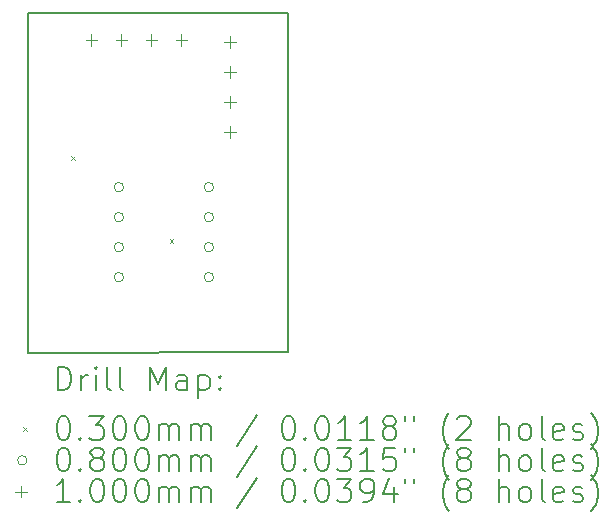
<source format=gbr>
%TF.GenerationSoftware,KiCad,Pcbnew,8.0.4*%
%TF.CreationDate,2024-07-24T14:51:08+09:00*%
%TF.ProjectId,VR-Conditioner-MAX9926+reg,56522d43-6f6e-4646-9974-696f6e65722d,3.7*%
%TF.SameCoordinates,PX68c4118PY713e7a8*%
%TF.FileFunction,Drillmap*%
%TF.FilePolarity,Positive*%
%FSLAX45Y45*%
G04 Gerber Fmt 4.5, Leading zero omitted, Abs format (unit mm)*
G04 Created by KiCad (PCBNEW 8.0.4) date 2024-07-24 14:51:08*
%MOMM*%
%LPD*%
G01*
G04 APERTURE LIST*
%ADD10C,0.150000*%
%ADD11C,0.200000*%
%ADD12C,0.100000*%
G04 APERTURE END LIST*
D10*
X2350000Y3125000D02*
X2350000Y254000D01*
X2350000Y254000D02*
X150000Y250000D01*
X150000Y250000D02*
X150000Y3125000D01*
X2350000Y3125000D02*
X150000Y3125000D01*
D11*
D12*
X517500Y1915000D02*
X547500Y1885000D01*
X547500Y1915000D02*
X517500Y1885000D01*
X1350250Y1212299D02*
X1380250Y1182299D01*
X1380250Y1212299D02*
X1350250Y1182299D01*
X960750Y1651000D02*
G75*
G02*
X880750Y1651000I-40000J0D01*
G01*
X880750Y1651000D02*
G75*
G02*
X960750Y1651000I40000J0D01*
G01*
X960750Y1397000D02*
G75*
G02*
X880750Y1397000I-40000J0D01*
G01*
X880750Y1397000D02*
G75*
G02*
X960750Y1397000I40000J0D01*
G01*
X960750Y1143000D02*
G75*
G02*
X880750Y1143000I-40000J0D01*
G01*
X880750Y1143000D02*
G75*
G02*
X960750Y1143000I40000J0D01*
G01*
X960750Y889000D02*
G75*
G02*
X880750Y889000I-40000J0D01*
G01*
X880750Y889000D02*
G75*
G02*
X960750Y889000I40000J0D01*
G01*
X1722750Y1651000D02*
G75*
G02*
X1642750Y1651000I-40000J0D01*
G01*
X1642750Y1651000D02*
G75*
G02*
X1722750Y1651000I40000J0D01*
G01*
X1722750Y1397000D02*
G75*
G02*
X1642750Y1397000I-40000J0D01*
G01*
X1642750Y1397000D02*
G75*
G02*
X1722750Y1397000I40000J0D01*
G01*
X1722750Y1143000D02*
G75*
G02*
X1642750Y1143000I-40000J0D01*
G01*
X1642750Y1143000D02*
G75*
G02*
X1722750Y1143000I40000J0D01*
G01*
X1722750Y889000D02*
G75*
G02*
X1642750Y889000I-40000J0D01*
G01*
X1642750Y889000D02*
G75*
G02*
X1722750Y889000I40000J0D01*
G01*
X688000Y2950000D02*
X688000Y2850000D01*
X638000Y2900000D02*
X738000Y2900000D01*
X942000Y2950000D02*
X942000Y2850000D01*
X892000Y2900000D02*
X992000Y2900000D01*
X1196000Y2950000D02*
X1196000Y2850000D01*
X1146000Y2900000D02*
X1246000Y2900000D01*
X1450000Y2950000D02*
X1450000Y2850000D01*
X1400000Y2900000D02*
X1500000Y2900000D01*
X1862500Y2930000D02*
X1862500Y2830000D01*
X1812500Y2880000D02*
X1912500Y2880000D01*
X1862500Y2676000D02*
X1862500Y2576000D01*
X1812500Y2626000D02*
X1912500Y2626000D01*
X1862500Y2422000D02*
X1862500Y2322000D01*
X1812500Y2372000D02*
X1912500Y2372000D01*
X1862500Y2168000D02*
X1862500Y2068000D01*
X1812500Y2118000D02*
X1912500Y2118000D01*
D11*
X403277Y-68984D02*
X403277Y131016D01*
X403277Y131016D02*
X450896Y131016D01*
X450896Y131016D02*
X479467Y121492D01*
X479467Y121492D02*
X498515Y102445D01*
X498515Y102445D02*
X508039Y83397D01*
X508039Y83397D02*
X517562Y45302D01*
X517562Y45302D02*
X517562Y16731D01*
X517562Y16731D02*
X508039Y-21365D01*
X508039Y-21365D02*
X498515Y-40412D01*
X498515Y-40412D02*
X479467Y-59460D01*
X479467Y-59460D02*
X450896Y-68984D01*
X450896Y-68984D02*
X403277Y-68984D01*
X603277Y-68984D02*
X603277Y64350D01*
X603277Y26254D02*
X612801Y45302D01*
X612801Y45302D02*
X622324Y54826D01*
X622324Y54826D02*
X641372Y64350D01*
X641372Y64350D02*
X660420Y64350D01*
X727086Y-68984D02*
X727086Y64350D01*
X727086Y131016D02*
X717562Y121492D01*
X717562Y121492D02*
X727086Y111969D01*
X727086Y111969D02*
X736610Y121492D01*
X736610Y121492D02*
X727086Y131016D01*
X727086Y131016D02*
X727086Y111969D01*
X850896Y-68984D02*
X831848Y-59460D01*
X831848Y-59460D02*
X822324Y-40412D01*
X822324Y-40412D02*
X822324Y131016D01*
X955658Y-68984D02*
X936610Y-59460D01*
X936610Y-59460D02*
X927086Y-40412D01*
X927086Y-40412D02*
X927086Y131016D01*
X1184229Y-68984D02*
X1184229Y131016D01*
X1184229Y131016D02*
X1250896Y-11841D01*
X1250896Y-11841D02*
X1317563Y131016D01*
X1317563Y131016D02*
X1317563Y-68984D01*
X1498515Y-68984D02*
X1498515Y35778D01*
X1498515Y35778D02*
X1488991Y54826D01*
X1488991Y54826D02*
X1469943Y64350D01*
X1469943Y64350D02*
X1431848Y64350D01*
X1431848Y64350D02*
X1412801Y54826D01*
X1498515Y-59460D02*
X1479467Y-68984D01*
X1479467Y-68984D02*
X1431848Y-68984D01*
X1431848Y-68984D02*
X1412801Y-59460D01*
X1412801Y-59460D02*
X1403277Y-40412D01*
X1403277Y-40412D02*
X1403277Y-21365D01*
X1403277Y-21365D02*
X1412801Y-2317D01*
X1412801Y-2317D02*
X1431848Y7207D01*
X1431848Y7207D02*
X1479467Y7207D01*
X1479467Y7207D02*
X1498515Y16731D01*
X1593753Y64350D02*
X1593753Y-135650D01*
X1593753Y54826D02*
X1612801Y64350D01*
X1612801Y64350D02*
X1650896Y64350D01*
X1650896Y64350D02*
X1669943Y54826D01*
X1669943Y54826D02*
X1679467Y45302D01*
X1679467Y45302D02*
X1688991Y26254D01*
X1688991Y26254D02*
X1688991Y-30888D01*
X1688991Y-30888D02*
X1679467Y-49936D01*
X1679467Y-49936D02*
X1669943Y-59460D01*
X1669943Y-59460D02*
X1650896Y-68984D01*
X1650896Y-68984D02*
X1612801Y-68984D01*
X1612801Y-68984D02*
X1593753Y-59460D01*
X1774705Y-49936D02*
X1784229Y-59460D01*
X1784229Y-59460D02*
X1774705Y-68984D01*
X1774705Y-68984D02*
X1765182Y-59460D01*
X1765182Y-59460D02*
X1774705Y-49936D01*
X1774705Y-49936D02*
X1774705Y-68984D01*
X1774705Y54826D02*
X1784229Y45302D01*
X1784229Y45302D02*
X1774705Y35778D01*
X1774705Y35778D02*
X1765182Y45302D01*
X1765182Y45302D02*
X1774705Y54826D01*
X1774705Y54826D02*
X1774705Y35778D01*
D12*
X112500Y-382500D02*
X142500Y-412500D01*
X142500Y-382500D02*
X112500Y-412500D01*
D11*
X441372Y-288984D02*
X460420Y-288984D01*
X460420Y-288984D02*
X479467Y-298508D01*
X479467Y-298508D02*
X488991Y-308031D01*
X488991Y-308031D02*
X498515Y-327079D01*
X498515Y-327079D02*
X508039Y-365174D01*
X508039Y-365174D02*
X508039Y-412793D01*
X508039Y-412793D02*
X498515Y-450888D01*
X498515Y-450888D02*
X488991Y-469936D01*
X488991Y-469936D02*
X479467Y-479460D01*
X479467Y-479460D02*
X460420Y-488984D01*
X460420Y-488984D02*
X441372Y-488984D01*
X441372Y-488984D02*
X422324Y-479460D01*
X422324Y-479460D02*
X412801Y-469936D01*
X412801Y-469936D02*
X403277Y-450888D01*
X403277Y-450888D02*
X393753Y-412793D01*
X393753Y-412793D02*
X393753Y-365174D01*
X393753Y-365174D02*
X403277Y-327079D01*
X403277Y-327079D02*
X412801Y-308031D01*
X412801Y-308031D02*
X422324Y-298508D01*
X422324Y-298508D02*
X441372Y-288984D01*
X593753Y-469936D02*
X603277Y-479460D01*
X603277Y-479460D02*
X593753Y-488984D01*
X593753Y-488984D02*
X584229Y-479460D01*
X584229Y-479460D02*
X593753Y-469936D01*
X593753Y-469936D02*
X593753Y-488984D01*
X669944Y-288984D02*
X793753Y-288984D01*
X793753Y-288984D02*
X727086Y-365174D01*
X727086Y-365174D02*
X755658Y-365174D01*
X755658Y-365174D02*
X774705Y-374698D01*
X774705Y-374698D02*
X784229Y-384222D01*
X784229Y-384222D02*
X793753Y-403269D01*
X793753Y-403269D02*
X793753Y-450888D01*
X793753Y-450888D02*
X784229Y-469936D01*
X784229Y-469936D02*
X774705Y-479460D01*
X774705Y-479460D02*
X755658Y-488984D01*
X755658Y-488984D02*
X698515Y-488984D01*
X698515Y-488984D02*
X679467Y-479460D01*
X679467Y-479460D02*
X669944Y-469936D01*
X917562Y-288984D02*
X936610Y-288984D01*
X936610Y-288984D02*
X955658Y-298508D01*
X955658Y-298508D02*
X965182Y-308031D01*
X965182Y-308031D02*
X974705Y-327079D01*
X974705Y-327079D02*
X984229Y-365174D01*
X984229Y-365174D02*
X984229Y-412793D01*
X984229Y-412793D02*
X974705Y-450888D01*
X974705Y-450888D02*
X965182Y-469936D01*
X965182Y-469936D02*
X955658Y-479460D01*
X955658Y-479460D02*
X936610Y-488984D01*
X936610Y-488984D02*
X917562Y-488984D01*
X917562Y-488984D02*
X898515Y-479460D01*
X898515Y-479460D02*
X888991Y-469936D01*
X888991Y-469936D02*
X879467Y-450888D01*
X879467Y-450888D02*
X869943Y-412793D01*
X869943Y-412793D02*
X869943Y-365174D01*
X869943Y-365174D02*
X879467Y-327079D01*
X879467Y-327079D02*
X888991Y-308031D01*
X888991Y-308031D02*
X898515Y-298508D01*
X898515Y-298508D02*
X917562Y-288984D01*
X1108039Y-288984D02*
X1127086Y-288984D01*
X1127086Y-288984D02*
X1146134Y-298508D01*
X1146134Y-298508D02*
X1155658Y-308031D01*
X1155658Y-308031D02*
X1165182Y-327079D01*
X1165182Y-327079D02*
X1174705Y-365174D01*
X1174705Y-365174D02*
X1174705Y-412793D01*
X1174705Y-412793D02*
X1165182Y-450888D01*
X1165182Y-450888D02*
X1155658Y-469936D01*
X1155658Y-469936D02*
X1146134Y-479460D01*
X1146134Y-479460D02*
X1127086Y-488984D01*
X1127086Y-488984D02*
X1108039Y-488984D01*
X1108039Y-488984D02*
X1088991Y-479460D01*
X1088991Y-479460D02*
X1079467Y-469936D01*
X1079467Y-469936D02*
X1069944Y-450888D01*
X1069944Y-450888D02*
X1060420Y-412793D01*
X1060420Y-412793D02*
X1060420Y-365174D01*
X1060420Y-365174D02*
X1069944Y-327079D01*
X1069944Y-327079D02*
X1079467Y-308031D01*
X1079467Y-308031D02*
X1088991Y-298508D01*
X1088991Y-298508D02*
X1108039Y-288984D01*
X1260420Y-488984D02*
X1260420Y-355650D01*
X1260420Y-374698D02*
X1269944Y-365174D01*
X1269944Y-365174D02*
X1288991Y-355650D01*
X1288991Y-355650D02*
X1317563Y-355650D01*
X1317563Y-355650D02*
X1336610Y-365174D01*
X1336610Y-365174D02*
X1346134Y-384222D01*
X1346134Y-384222D02*
X1346134Y-488984D01*
X1346134Y-384222D02*
X1355658Y-365174D01*
X1355658Y-365174D02*
X1374705Y-355650D01*
X1374705Y-355650D02*
X1403277Y-355650D01*
X1403277Y-355650D02*
X1422324Y-365174D01*
X1422324Y-365174D02*
X1431848Y-384222D01*
X1431848Y-384222D02*
X1431848Y-488984D01*
X1527086Y-488984D02*
X1527086Y-355650D01*
X1527086Y-374698D02*
X1536610Y-365174D01*
X1536610Y-365174D02*
X1555658Y-355650D01*
X1555658Y-355650D02*
X1584229Y-355650D01*
X1584229Y-355650D02*
X1603277Y-365174D01*
X1603277Y-365174D02*
X1612801Y-384222D01*
X1612801Y-384222D02*
X1612801Y-488984D01*
X1612801Y-384222D02*
X1622324Y-365174D01*
X1622324Y-365174D02*
X1641372Y-355650D01*
X1641372Y-355650D02*
X1669943Y-355650D01*
X1669943Y-355650D02*
X1688991Y-365174D01*
X1688991Y-365174D02*
X1698515Y-384222D01*
X1698515Y-384222D02*
X1698515Y-488984D01*
X2088991Y-279460D02*
X1917563Y-536603D01*
X2346134Y-288984D02*
X2365182Y-288984D01*
X2365182Y-288984D02*
X2384229Y-298508D01*
X2384229Y-298508D02*
X2393753Y-308031D01*
X2393753Y-308031D02*
X2403277Y-327079D01*
X2403277Y-327079D02*
X2412801Y-365174D01*
X2412801Y-365174D02*
X2412801Y-412793D01*
X2412801Y-412793D02*
X2403277Y-450888D01*
X2403277Y-450888D02*
X2393753Y-469936D01*
X2393753Y-469936D02*
X2384229Y-479460D01*
X2384229Y-479460D02*
X2365182Y-488984D01*
X2365182Y-488984D02*
X2346134Y-488984D01*
X2346134Y-488984D02*
X2327087Y-479460D01*
X2327087Y-479460D02*
X2317563Y-469936D01*
X2317563Y-469936D02*
X2308039Y-450888D01*
X2308039Y-450888D02*
X2298515Y-412793D01*
X2298515Y-412793D02*
X2298515Y-365174D01*
X2298515Y-365174D02*
X2308039Y-327079D01*
X2308039Y-327079D02*
X2317563Y-308031D01*
X2317563Y-308031D02*
X2327087Y-298508D01*
X2327087Y-298508D02*
X2346134Y-288984D01*
X2498515Y-469936D02*
X2508039Y-479460D01*
X2508039Y-479460D02*
X2498515Y-488984D01*
X2498515Y-488984D02*
X2488991Y-479460D01*
X2488991Y-479460D02*
X2498515Y-469936D01*
X2498515Y-469936D02*
X2498515Y-488984D01*
X2631848Y-288984D02*
X2650896Y-288984D01*
X2650896Y-288984D02*
X2669944Y-298508D01*
X2669944Y-298508D02*
X2679468Y-308031D01*
X2679468Y-308031D02*
X2688991Y-327079D01*
X2688991Y-327079D02*
X2698515Y-365174D01*
X2698515Y-365174D02*
X2698515Y-412793D01*
X2698515Y-412793D02*
X2688991Y-450888D01*
X2688991Y-450888D02*
X2679468Y-469936D01*
X2679468Y-469936D02*
X2669944Y-479460D01*
X2669944Y-479460D02*
X2650896Y-488984D01*
X2650896Y-488984D02*
X2631848Y-488984D01*
X2631848Y-488984D02*
X2612801Y-479460D01*
X2612801Y-479460D02*
X2603277Y-469936D01*
X2603277Y-469936D02*
X2593753Y-450888D01*
X2593753Y-450888D02*
X2584229Y-412793D01*
X2584229Y-412793D02*
X2584229Y-365174D01*
X2584229Y-365174D02*
X2593753Y-327079D01*
X2593753Y-327079D02*
X2603277Y-308031D01*
X2603277Y-308031D02*
X2612801Y-298508D01*
X2612801Y-298508D02*
X2631848Y-288984D01*
X2888991Y-488984D02*
X2774706Y-488984D01*
X2831848Y-488984D02*
X2831848Y-288984D01*
X2831848Y-288984D02*
X2812801Y-317555D01*
X2812801Y-317555D02*
X2793753Y-336603D01*
X2793753Y-336603D02*
X2774706Y-346127D01*
X3079467Y-488984D02*
X2965182Y-488984D01*
X3022325Y-488984D02*
X3022325Y-288984D01*
X3022325Y-288984D02*
X3003277Y-317555D01*
X3003277Y-317555D02*
X2984229Y-336603D01*
X2984229Y-336603D02*
X2965182Y-346127D01*
X3193753Y-374698D02*
X3174706Y-365174D01*
X3174706Y-365174D02*
X3165182Y-355650D01*
X3165182Y-355650D02*
X3155658Y-336603D01*
X3155658Y-336603D02*
X3155658Y-327079D01*
X3155658Y-327079D02*
X3165182Y-308031D01*
X3165182Y-308031D02*
X3174706Y-298508D01*
X3174706Y-298508D02*
X3193753Y-288984D01*
X3193753Y-288984D02*
X3231848Y-288984D01*
X3231848Y-288984D02*
X3250896Y-298508D01*
X3250896Y-298508D02*
X3260420Y-308031D01*
X3260420Y-308031D02*
X3269944Y-327079D01*
X3269944Y-327079D02*
X3269944Y-336603D01*
X3269944Y-336603D02*
X3260420Y-355650D01*
X3260420Y-355650D02*
X3250896Y-365174D01*
X3250896Y-365174D02*
X3231848Y-374698D01*
X3231848Y-374698D02*
X3193753Y-374698D01*
X3193753Y-374698D02*
X3174706Y-384222D01*
X3174706Y-384222D02*
X3165182Y-393746D01*
X3165182Y-393746D02*
X3155658Y-412793D01*
X3155658Y-412793D02*
X3155658Y-450888D01*
X3155658Y-450888D02*
X3165182Y-469936D01*
X3165182Y-469936D02*
X3174706Y-479460D01*
X3174706Y-479460D02*
X3193753Y-488984D01*
X3193753Y-488984D02*
X3231848Y-488984D01*
X3231848Y-488984D02*
X3250896Y-479460D01*
X3250896Y-479460D02*
X3260420Y-469936D01*
X3260420Y-469936D02*
X3269944Y-450888D01*
X3269944Y-450888D02*
X3269944Y-412793D01*
X3269944Y-412793D02*
X3260420Y-393746D01*
X3260420Y-393746D02*
X3250896Y-384222D01*
X3250896Y-384222D02*
X3231848Y-374698D01*
X3346134Y-288984D02*
X3346134Y-327079D01*
X3422325Y-288984D02*
X3422325Y-327079D01*
X3717563Y-565174D02*
X3708039Y-555650D01*
X3708039Y-555650D02*
X3688991Y-527079D01*
X3688991Y-527079D02*
X3679468Y-508031D01*
X3679468Y-508031D02*
X3669944Y-479460D01*
X3669944Y-479460D02*
X3660420Y-431841D01*
X3660420Y-431841D02*
X3660420Y-393746D01*
X3660420Y-393746D02*
X3669944Y-346127D01*
X3669944Y-346127D02*
X3679468Y-317555D01*
X3679468Y-317555D02*
X3688991Y-298508D01*
X3688991Y-298508D02*
X3708039Y-269936D01*
X3708039Y-269936D02*
X3717563Y-260412D01*
X3784229Y-308031D02*
X3793753Y-298508D01*
X3793753Y-298508D02*
X3812801Y-288984D01*
X3812801Y-288984D02*
X3860420Y-288984D01*
X3860420Y-288984D02*
X3879468Y-298508D01*
X3879468Y-298508D02*
X3888991Y-308031D01*
X3888991Y-308031D02*
X3898515Y-327079D01*
X3898515Y-327079D02*
X3898515Y-346127D01*
X3898515Y-346127D02*
X3888991Y-374698D01*
X3888991Y-374698D02*
X3774706Y-488984D01*
X3774706Y-488984D02*
X3898515Y-488984D01*
X4136610Y-488984D02*
X4136610Y-288984D01*
X4222325Y-488984D02*
X4222325Y-384222D01*
X4222325Y-384222D02*
X4212801Y-365174D01*
X4212801Y-365174D02*
X4193753Y-355650D01*
X4193753Y-355650D02*
X4165182Y-355650D01*
X4165182Y-355650D02*
X4146134Y-365174D01*
X4146134Y-365174D02*
X4136610Y-374698D01*
X4346134Y-488984D02*
X4327087Y-479460D01*
X4327087Y-479460D02*
X4317563Y-469936D01*
X4317563Y-469936D02*
X4308039Y-450888D01*
X4308039Y-450888D02*
X4308039Y-393746D01*
X4308039Y-393746D02*
X4317563Y-374698D01*
X4317563Y-374698D02*
X4327087Y-365174D01*
X4327087Y-365174D02*
X4346134Y-355650D01*
X4346134Y-355650D02*
X4374706Y-355650D01*
X4374706Y-355650D02*
X4393753Y-365174D01*
X4393753Y-365174D02*
X4403277Y-374698D01*
X4403277Y-374698D02*
X4412801Y-393746D01*
X4412801Y-393746D02*
X4412801Y-450888D01*
X4412801Y-450888D02*
X4403277Y-469936D01*
X4403277Y-469936D02*
X4393753Y-479460D01*
X4393753Y-479460D02*
X4374706Y-488984D01*
X4374706Y-488984D02*
X4346134Y-488984D01*
X4527087Y-488984D02*
X4508039Y-479460D01*
X4508039Y-479460D02*
X4498515Y-460412D01*
X4498515Y-460412D02*
X4498515Y-288984D01*
X4679468Y-479460D02*
X4660420Y-488984D01*
X4660420Y-488984D02*
X4622325Y-488984D01*
X4622325Y-488984D02*
X4603277Y-479460D01*
X4603277Y-479460D02*
X4593753Y-460412D01*
X4593753Y-460412D02*
X4593753Y-384222D01*
X4593753Y-384222D02*
X4603277Y-365174D01*
X4603277Y-365174D02*
X4622325Y-355650D01*
X4622325Y-355650D02*
X4660420Y-355650D01*
X4660420Y-355650D02*
X4679468Y-365174D01*
X4679468Y-365174D02*
X4688992Y-384222D01*
X4688992Y-384222D02*
X4688992Y-403269D01*
X4688992Y-403269D02*
X4593753Y-422317D01*
X4765182Y-479460D02*
X4784230Y-488984D01*
X4784230Y-488984D02*
X4822325Y-488984D01*
X4822325Y-488984D02*
X4841373Y-479460D01*
X4841373Y-479460D02*
X4850896Y-460412D01*
X4850896Y-460412D02*
X4850896Y-450888D01*
X4850896Y-450888D02*
X4841373Y-431841D01*
X4841373Y-431841D02*
X4822325Y-422317D01*
X4822325Y-422317D02*
X4793753Y-422317D01*
X4793753Y-422317D02*
X4774706Y-412793D01*
X4774706Y-412793D02*
X4765182Y-393746D01*
X4765182Y-393746D02*
X4765182Y-384222D01*
X4765182Y-384222D02*
X4774706Y-365174D01*
X4774706Y-365174D02*
X4793753Y-355650D01*
X4793753Y-355650D02*
X4822325Y-355650D01*
X4822325Y-355650D02*
X4841373Y-365174D01*
X4917563Y-565174D02*
X4927087Y-555650D01*
X4927087Y-555650D02*
X4946134Y-527079D01*
X4946134Y-527079D02*
X4955658Y-508031D01*
X4955658Y-508031D02*
X4965182Y-479460D01*
X4965182Y-479460D02*
X4974706Y-431841D01*
X4974706Y-431841D02*
X4974706Y-393746D01*
X4974706Y-393746D02*
X4965182Y-346127D01*
X4965182Y-346127D02*
X4955658Y-317555D01*
X4955658Y-317555D02*
X4946134Y-298508D01*
X4946134Y-298508D02*
X4927087Y-269936D01*
X4927087Y-269936D02*
X4917563Y-260412D01*
D12*
X142500Y-661500D02*
G75*
G02*
X62500Y-661500I-40000J0D01*
G01*
X62500Y-661500D02*
G75*
G02*
X142500Y-661500I40000J0D01*
G01*
D11*
X441372Y-552984D02*
X460420Y-552984D01*
X460420Y-552984D02*
X479467Y-562508D01*
X479467Y-562508D02*
X488991Y-572031D01*
X488991Y-572031D02*
X498515Y-591079D01*
X498515Y-591079D02*
X508039Y-629174D01*
X508039Y-629174D02*
X508039Y-676793D01*
X508039Y-676793D02*
X498515Y-714888D01*
X498515Y-714888D02*
X488991Y-733936D01*
X488991Y-733936D02*
X479467Y-743460D01*
X479467Y-743460D02*
X460420Y-752984D01*
X460420Y-752984D02*
X441372Y-752984D01*
X441372Y-752984D02*
X422324Y-743460D01*
X422324Y-743460D02*
X412801Y-733936D01*
X412801Y-733936D02*
X403277Y-714888D01*
X403277Y-714888D02*
X393753Y-676793D01*
X393753Y-676793D02*
X393753Y-629174D01*
X393753Y-629174D02*
X403277Y-591079D01*
X403277Y-591079D02*
X412801Y-572031D01*
X412801Y-572031D02*
X422324Y-562508D01*
X422324Y-562508D02*
X441372Y-552984D01*
X593753Y-733936D02*
X603277Y-743460D01*
X603277Y-743460D02*
X593753Y-752984D01*
X593753Y-752984D02*
X584229Y-743460D01*
X584229Y-743460D02*
X593753Y-733936D01*
X593753Y-733936D02*
X593753Y-752984D01*
X717562Y-638698D02*
X698515Y-629174D01*
X698515Y-629174D02*
X688991Y-619650D01*
X688991Y-619650D02*
X679467Y-600603D01*
X679467Y-600603D02*
X679467Y-591079D01*
X679467Y-591079D02*
X688991Y-572031D01*
X688991Y-572031D02*
X698515Y-562508D01*
X698515Y-562508D02*
X717562Y-552984D01*
X717562Y-552984D02*
X755658Y-552984D01*
X755658Y-552984D02*
X774705Y-562508D01*
X774705Y-562508D02*
X784229Y-572031D01*
X784229Y-572031D02*
X793753Y-591079D01*
X793753Y-591079D02*
X793753Y-600603D01*
X793753Y-600603D02*
X784229Y-619650D01*
X784229Y-619650D02*
X774705Y-629174D01*
X774705Y-629174D02*
X755658Y-638698D01*
X755658Y-638698D02*
X717562Y-638698D01*
X717562Y-638698D02*
X698515Y-648222D01*
X698515Y-648222D02*
X688991Y-657746D01*
X688991Y-657746D02*
X679467Y-676793D01*
X679467Y-676793D02*
X679467Y-714888D01*
X679467Y-714888D02*
X688991Y-733936D01*
X688991Y-733936D02*
X698515Y-743460D01*
X698515Y-743460D02*
X717562Y-752984D01*
X717562Y-752984D02*
X755658Y-752984D01*
X755658Y-752984D02*
X774705Y-743460D01*
X774705Y-743460D02*
X784229Y-733936D01*
X784229Y-733936D02*
X793753Y-714888D01*
X793753Y-714888D02*
X793753Y-676793D01*
X793753Y-676793D02*
X784229Y-657746D01*
X784229Y-657746D02*
X774705Y-648222D01*
X774705Y-648222D02*
X755658Y-638698D01*
X917562Y-552984D02*
X936610Y-552984D01*
X936610Y-552984D02*
X955658Y-562508D01*
X955658Y-562508D02*
X965182Y-572031D01*
X965182Y-572031D02*
X974705Y-591079D01*
X974705Y-591079D02*
X984229Y-629174D01*
X984229Y-629174D02*
X984229Y-676793D01*
X984229Y-676793D02*
X974705Y-714888D01*
X974705Y-714888D02*
X965182Y-733936D01*
X965182Y-733936D02*
X955658Y-743460D01*
X955658Y-743460D02*
X936610Y-752984D01*
X936610Y-752984D02*
X917562Y-752984D01*
X917562Y-752984D02*
X898515Y-743460D01*
X898515Y-743460D02*
X888991Y-733936D01*
X888991Y-733936D02*
X879467Y-714888D01*
X879467Y-714888D02*
X869943Y-676793D01*
X869943Y-676793D02*
X869943Y-629174D01*
X869943Y-629174D02*
X879467Y-591079D01*
X879467Y-591079D02*
X888991Y-572031D01*
X888991Y-572031D02*
X898515Y-562508D01*
X898515Y-562508D02*
X917562Y-552984D01*
X1108039Y-552984D02*
X1127086Y-552984D01*
X1127086Y-552984D02*
X1146134Y-562508D01*
X1146134Y-562508D02*
X1155658Y-572031D01*
X1155658Y-572031D02*
X1165182Y-591079D01*
X1165182Y-591079D02*
X1174705Y-629174D01*
X1174705Y-629174D02*
X1174705Y-676793D01*
X1174705Y-676793D02*
X1165182Y-714888D01*
X1165182Y-714888D02*
X1155658Y-733936D01*
X1155658Y-733936D02*
X1146134Y-743460D01*
X1146134Y-743460D02*
X1127086Y-752984D01*
X1127086Y-752984D02*
X1108039Y-752984D01*
X1108039Y-752984D02*
X1088991Y-743460D01*
X1088991Y-743460D02*
X1079467Y-733936D01*
X1079467Y-733936D02*
X1069944Y-714888D01*
X1069944Y-714888D02*
X1060420Y-676793D01*
X1060420Y-676793D02*
X1060420Y-629174D01*
X1060420Y-629174D02*
X1069944Y-591079D01*
X1069944Y-591079D02*
X1079467Y-572031D01*
X1079467Y-572031D02*
X1088991Y-562508D01*
X1088991Y-562508D02*
X1108039Y-552984D01*
X1260420Y-752984D02*
X1260420Y-619650D01*
X1260420Y-638698D02*
X1269944Y-629174D01*
X1269944Y-629174D02*
X1288991Y-619650D01*
X1288991Y-619650D02*
X1317563Y-619650D01*
X1317563Y-619650D02*
X1336610Y-629174D01*
X1336610Y-629174D02*
X1346134Y-648222D01*
X1346134Y-648222D02*
X1346134Y-752984D01*
X1346134Y-648222D02*
X1355658Y-629174D01*
X1355658Y-629174D02*
X1374705Y-619650D01*
X1374705Y-619650D02*
X1403277Y-619650D01*
X1403277Y-619650D02*
X1422324Y-629174D01*
X1422324Y-629174D02*
X1431848Y-648222D01*
X1431848Y-648222D02*
X1431848Y-752984D01*
X1527086Y-752984D02*
X1527086Y-619650D01*
X1527086Y-638698D02*
X1536610Y-629174D01*
X1536610Y-629174D02*
X1555658Y-619650D01*
X1555658Y-619650D02*
X1584229Y-619650D01*
X1584229Y-619650D02*
X1603277Y-629174D01*
X1603277Y-629174D02*
X1612801Y-648222D01*
X1612801Y-648222D02*
X1612801Y-752984D01*
X1612801Y-648222D02*
X1622324Y-629174D01*
X1622324Y-629174D02*
X1641372Y-619650D01*
X1641372Y-619650D02*
X1669943Y-619650D01*
X1669943Y-619650D02*
X1688991Y-629174D01*
X1688991Y-629174D02*
X1698515Y-648222D01*
X1698515Y-648222D02*
X1698515Y-752984D01*
X2088991Y-543460D02*
X1917563Y-800603D01*
X2346134Y-552984D02*
X2365182Y-552984D01*
X2365182Y-552984D02*
X2384229Y-562508D01*
X2384229Y-562508D02*
X2393753Y-572031D01*
X2393753Y-572031D02*
X2403277Y-591079D01*
X2403277Y-591079D02*
X2412801Y-629174D01*
X2412801Y-629174D02*
X2412801Y-676793D01*
X2412801Y-676793D02*
X2403277Y-714888D01*
X2403277Y-714888D02*
X2393753Y-733936D01*
X2393753Y-733936D02*
X2384229Y-743460D01*
X2384229Y-743460D02*
X2365182Y-752984D01*
X2365182Y-752984D02*
X2346134Y-752984D01*
X2346134Y-752984D02*
X2327087Y-743460D01*
X2327087Y-743460D02*
X2317563Y-733936D01*
X2317563Y-733936D02*
X2308039Y-714888D01*
X2308039Y-714888D02*
X2298515Y-676793D01*
X2298515Y-676793D02*
X2298515Y-629174D01*
X2298515Y-629174D02*
X2308039Y-591079D01*
X2308039Y-591079D02*
X2317563Y-572031D01*
X2317563Y-572031D02*
X2327087Y-562508D01*
X2327087Y-562508D02*
X2346134Y-552984D01*
X2498515Y-733936D02*
X2508039Y-743460D01*
X2508039Y-743460D02*
X2498515Y-752984D01*
X2498515Y-752984D02*
X2488991Y-743460D01*
X2488991Y-743460D02*
X2498515Y-733936D01*
X2498515Y-733936D02*
X2498515Y-752984D01*
X2631848Y-552984D02*
X2650896Y-552984D01*
X2650896Y-552984D02*
X2669944Y-562508D01*
X2669944Y-562508D02*
X2679468Y-572031D01*
X2679468Y-572031D02*
X2688991Y-591079D01*
X2688991Y-591079D02*
X2698515Y-629174D01*
X2698515Y-629174D02*
X2698515Y-676793D01*
X2698515Y-676793D02*
X2688991Y-714888D01*
X2688991Y-714888D02*
X2679468Y-733936D01*
X2679468Y-733936D02*
X2669944Y-743460D01*
X2669944Y-743460D02*
X2650896Y-752984D01*
X2650896Y-752984D02*
X2631848Y-752984D01*
X2631848Y-752984D02*
X2612801Y-743460D01*
X2612801Y-743460D02*
X2603277Y-733936D01*
X2603277Y-733936D02*
X2593753Y-714888D01*
X2593753Y-714888D02*
X2584229Y-676793D01*
X2584229Y-676793D02*
X2584229Y-629174D01*
X2584229Y-629174D02*
X2593753Y-591079D01*
X2593753Y-591079D02*
X2603277Y-572031D01*
X2603277Y-572031D02*
X2612801Y-562508D01*
X2612801Y-562508D02*
X2631848Y-552984D01*
X2765182Y-552984D02*
X2888991Y-552984D01*
X2888991Y-552984D02*
X2822325Y-629174D01*
X2822325Y-629174D02*
X2850896Y-629174D01*
X2850896Y-629174D02*
X2869944Y-638698D01*
X2869944Y-638698D02*
X2879467Y-648222D01*
X2879467Y-648222D02*
X2888991Y-667270D01*
X2888991Y-667270D02*
X2888991Y-714888D01*
X2888991Y-714888D02*
X2879467Y-733936D01*
X2879467Y-733936D02*
X2869944Y-743460D01*
X2869944Y-743460D02*
X2850896Y-752984D01*
X2850896Y-752984D02*
X2793753Y-752984D01*
X2793753Y-752984D02*
X2774706Y-743460D01*
X2774706Y-743460D02*
X2765182Y-733936D01*
X3079467Y-752984D02*
X2965182Y-752984D01*
X3022325Y-752984D02*
X3022325Y-552984D01*
X3022325Y-552984D02*
X3003277Y-581555D01*
X3003277Y-581555D02*
X2984229Y-600603D01*
X2984229Y-600603D02*
X2965182Y-610127D01*
X3260420Y-552984D02*
X3165182Y-552984D01*
X3165182Y-552984D02*
X3155658Y-648222D01*
X3155658Y-648222D02*
X3165182Y-638698D01*
X3165182Y-638698D02*
X3184229Y-629174D01*
X3184229Y-629174D02*
X3231848Y-629174D01*
X3231848Y-629174D02*
X3250896Y-638698D01*
X3250896Y-638698D02*
X3260420Y-648222D01*
X3260420Y-648222D02*
X3269944Y-667270D01*
X3269944Y-667270D02*
X3269944Y-714888D01*
X3269944Y-714888D02*
X3260420Y-733936D01*
X3260420Y-733936D02*
X3250896Y-743460D01*
X3250896Y-743460D02*
X3231848Y-752984D01*
X3231848Y-752984D02*
X3184229Y-752984D01*
X3184229Y-752984D02*
X3165182Y-743460D01*
X3165182Y-743460D02*
X3155658Y-733936D01*
X3346134Y-552984D02*
X3346134Y-591079D01*
X3422325Y-552984D02*
X3422325Y-591079D01*
X3717563Y-829174D02*
X3708039Y-819650D01*
X3708039Y-819650D02*
X3688991Y-791079D01*
X3688991Y-791079D02*
X3679468Y-772031D01*
X3679468Y-772031D02*
X3669944Y-743460D01*
X3669944Y-743460D02*
X3660420Y-695841D01*
X3660420Y-695841D02*
X3660420Y-657746D01*
X3660420Y-657746D02*
X3669944Y-610127D01*
X3669944Y-610127D02*
X3679468Y-581555D01*
X3679468Y-581555D02*
X3688991Y-562508D01*
X3688991Y-562508D02*
X3708039Y-533936D01*
X3708039Y-533936D02*
X3717563Y-524412D01*
X3822325Y-638698D02*
X3803277Y-629174D01*
X3803277Y-629174D02*
X3793753Y-619650D01*
X3793753Y-619650D02*
X3784229Y-600603D01*
X3784229Y-600603D02*
X3784229Y-591079D01*
X3784229Y-591079D02*
X3793753Y-572031D01*
X3793753Y-572031D02*
X3803277Y-562508D01*
X3803277Y-562508D02*
X3822325Y-552984D01*
X3822325Y-552984D02*
X3860420Y-552984D01*
X3860420Y-552984D02*
X3879468Y-562508D01*
X3879468Y-562508D02*
X3888991Y-572031D01*
X3888991Y-572031D02*
X3898515Y-591079D01*
X3898515Y-591079D02*
X3898515Y-600603D01*
X3898515Y-600603D02*
X3888991Y-619650D01*
X3888991Y-619650D02*
X3879468Y-629174D01*
X3879468Y-629174D02*
X3860420Y-638698D01*
X3860420Y-638698D02*
X3822325Y-638698D01*
X3822325Y-638698D02*
X3803277Y-648222D01*
X3803277Y-648222D02*
X3793753Y-657746D01*
X3793753Y-657746D02*
X3784229Y-676793D01*
X3784229Y-676793D02*
X3784229Y-714888D01*
X3784229Y-714888D02*
X3793753Y-733936D01*
X3793753Y-733936D02*
X3803277Y-743460D01*
X3803277Y-743460D02*
X3822325Y-752984D01*
X3822325Y-752984D02*
X3860420Y-752984D01*
X3860420Y-752984D02*
X3879468Y-743460D01*
X3879468Y-743460D02*
X3888991Y-733936D01*
X3888991Y-733936D02*
X3898515Y-714888D01*
X3898515Y-714888D02*
X3898515Y-676793D01*
X3898515Y-676793D02*
X3888991Y-657746D01*
X3888991Y-657746D02*
X3879468Y-648222D01*
X3879468Y-648222D02*
X3860420Y-638698D01*
X4136610Y-752984D02*
X4136610Y-552984D01*
X4222325Y-752984D02*
X4222325Y-648222D01*
X4222325Y-648222D02*
X4212801Y-629174D01*
X4212801Y-629174D02*
X4193753Y-619650D01*
X4193753Y-619650D02*
X4165182Y-619650D01*
X4165182Y-619650D02*
X4146134Y-629174D01*
X4146134Y-629174D02*
X4136610Y-638698D01*
X4346134Y-752984D02*
X4327087Y-743460D01*
X4327087Y-743460D02*
X4317563Y-733936D01*
X4317563Y-733936D02*
X4308039Y-714888D01*
X4308039Y-714888D02*
X4308039Y-657746D01*
X4308039Y-657746D02*
X4317563Y-638698D01*
X4317563Y-638698D02*
X4327087Y-629174D01*
X4327087Y-629174D02*
X4346134Y-619650D01*
X4346134Y-619650D02*
X4374706Y-619650D01*
X4374706Y-619650D02*
X4393753Y-629174D01*
X4393753Y-629174D02*
X4403277Y-638698D01*
X4403277Y-638698D02*
X4412801Y-657746D01*
X4412801Y-657746D02*
X4412801Y-714888D01*
X4412801Y-714888D02*
X4403277Y-733936D01*
X4403277Y-733936D02*
X4393753Y-743460D01*
X4393753Y-743460D02*
X4374706Y-752984D01*
X4374706Y-752984D02*
X4346134Y-752984D01*
X4527087Y-752984D02*
X4508039Y-743460D01*
X4508039Y-743460D02*
X4498515Y-724412D01*
X4498515Y-724412D02*
X4498515Y-552984D01*
X4679468Y-743460D02*
X4660420Y-752984D01*
X4660420Y-752984D02*
X4622325Y-752984D01*
X4622325Y-752984D02*
X4603277Y-743460D01*
X4603277Y-743460D02*
X4593753Y-724412D01*
X4593753Y-724412D02*
X4593753Y-648222D01*
X4593753Y-648222D02*
X4603277Y-629174D01*
X4603277Y-629174D02*
X4622325Y-619650D01*
X4622325Y-619650D02*
X4660420Y-619650D01*
X4660420Y-619650D02*
X4679468Y-629174D01*
X4679468Y-629174D02*
X4688992Y-648222D01*
X4688992Y-648222D02*
X4688992Y-667270D01*
X4688992Y-667270D02*
X4593753Y-686317D01*
X4765182Y-743460D02*
X4784230Y-752984D01*
X4784230Y-752984D02*
X4822325Y-752984D01*
X4822325Y-752984D02*
X4841373Y-743460D01*
X4841373Y-743460D02*
X4850896Y-724412D01*
X4850896Y-724412D02*
X4850896Y-714888D01*
X4850896Y-714888D02*
X4841373Y-695841D01*
X4841373Y-695841D02*
X4822325Y-686317D01*
X4822325Y-686317D02*
X4793753Y-686317D01*
X4793753Y-686317D02*
X4774706Y-676793D01*
X4774706Y-676793D02*
X4765182Y-657746D01*
X4765182Y-657746D02*
X4765182Y-648222D01*
X4765182Y-648222D02*
X4774706Y-629174D01*
X4774706Y-629174D02*
X4793753Y-619650D01*
X4793753Y-619650D02*
X4822325Y-619650D01*
X4822325Y-619650D02*
X4841373Y-629174D01*
X4917563Y-829174D02*
X4927087Y-819650D01*
X4927087Y-819650D02*
X4946134Y-791079D01*
X4946134Y-791079D02*
X4955658Y-772031D01*
X4955658Y-772031D02*
X4965182Y-743460D01*
X4965182Y-743460D02*
X4974706Y-695841D01*
X4974706Y-695841D02*
X4974706Y-657746D01*
X4974706Y-657746D02*
X4965182Y-610127D01*
X4965182Y-610127D02*
X4955658Y-581555D01*
X4955658Y-581555D02*
X4946134Y-562508D01*
X4946134Y-562508D02*
X4927087Y-533936D01*
X4927087Y-533936D02*
X4917563Y-524412D01*
D12*
X92500Y-875500D02*
X92500Y-975500D01*
X42500Y-925500D02*
X142500Y-925500D01*
D11*
X508039Y-1016984D02*
X393753Y-1016984D01*
X450896Y-1016984D02*
X450896Y-816984D01*
X450896Y-816984D02*
X431848Y-845555D01*
X431848Y-845555D02*
X412801Y-864603D01*
X412801Y-864603D02*
X393753Y-874127D01*
X593753Y-997936D02*
X603277Y-1007460D01*
X603277Y-1007460D02*
X593753Y-1016984D01*
X593753Y-1016984D02*
X584229Y-1007460D01*
X584229Y-1007460D02*
X593753Y-997936D01*
X593753Y-997936D02*
X593753Y-1016984D01*
X727086Y-816984D02*
X746134Y-816984D01*
X746134Y-816984D02*
X765182Y-826508D01*
X765182Y-826508D02*
X774705Y-836031D01*
X774705Y-836031D02*
X784229Y-855079D01*
X784229Y-855079D02*
X793753Y-893174D01*
X793753Y-893174D02*
X793753Y-940793D01*
X793753Y-940793D02*
X784229Y-978888D01*
X784229Y-978888D02*
X774705Y-997936D01*
X774705Y-997936D02*
X765182Y-1007460D01*
X765182Y-1007460D02*
X746134Y-1016984D01*
X746134Y-1016984D02*
X727086Y-1016984D01*
X727086Y-1016984D02*
X708039Y-1007460D01*
X708039Y-1007460D02*
X698515Y-997936D01*
X698515Y-997936D02*
X688991Y-978888D01*
X688991Y-978888D02*
X679467Y-940793D01*
X679467Y-940793D02*
X679467Y-893174D01*
X679467Y-893174D02*
X688991Y-855079D01*
X688991Y-855079D02*
X698515Y-836031D01*
X698515Y-836031D02*
X708039Y-826508D01*
X708039Y-826508D02*
X727086Y-816984D01*
X917562Y-816984D02*
X936610Y-816984D01*
X936610Y-816984D02*
X955658Y-826508D01*
X955658Y-826508D02*
X965182Y-836031D01*
X965182Y-836031D02*
X974705Y-855079D01*
X974705Y-855079D02*
X984229Y-893174D01*
X984229Y-893174D02*
X984229Y-940793D01*
X984229Y-940793D02*
X974705Y-978888D01*
X974705Y-978888D02*
X965182Y-997936D01*
X965182Y-997936D02*
X955658Y-1007460D01*
X955658Y-1007460D02*
X936610Y-1016984D01*
X936610Y-1016984D02*
X917562Y-1016984D01*
X917562Y-1016984D02*
X898515Y-1007460D01*
X898515Y-1007460D02*
X888991Y-997936D01*
X888991Y-997936D02*
X879467Y-978888D01*
X879467Y-978888D02*
X869943Y-940793D01*
X869943Y-940793D02*
X869943Y-893174D01*
X869943Y-893174D02*
X879467Y-855079D01*
X879467Y-855079D02*
X888991Y-836031D01*
X888991Y-836031D02*
X898515Y-826508D01*
X898515Y-826508D02*
X917562Y-816984D01*
X1108039Y-816984D02*
X1127086Y-816984D01*
X1127086Y-816984D02*
X1146134Y-826508D01*
X1146134Y-826508D02*
X1155658Y-836031D01*
X1155658Y-836031D02*
X1165182Y-855079D01*
X1165182Y-855079D02*
X1174705Y-893174D01*
X1174705Y-893174D02*
X1174705Y-940793D01*
X1174705Y-940793D02*
X1165182Y-978888D01*
X1165182Y-978888D02*
X1155658Y-997936D01*
X1155658Y-997936D02*
X1146134Y-1007460D01*
X1146134Y-1007460D02*
X1127086Y-1016984D01*
X1127086Y-1016984D02*
X1108039Y-1016984D01*
X1108039Y-1016984D02*
X1088991Y-1007460D01*
X1088991Y-1007460D02*
X1079467Y-997936D01*
X1079467Y-997936D02*
X1069944Y-978888D01*
X1069944Y-978888D02*
X1060420Y-940793D01*
X1060420Y-940793D02*
X1060420Y-893174D01*
X1060420Y-893174D02*
X1069944Y-855079D01*
X1069944Y-855079D02*
X1079467Y-836031D01*
X1079467Y-836031D02*
X1088991Y-826508D01*
X1088991Y-826508D02*
X1108039Y-816984D01*
X1260420Y-1016984D02*
X1260420Y-883650D01*
X1260420Y-902698D02*
X1269944Y-893174D01*
X1269944Y-893174D02*
X1288991Y-883650D01*
X1288991Y-883650D02*
X1317563Y-883650D01*
X1317563Y-883650D02*
X1336610Y-893174D01*
X1336610Y-893174D02*
X1346134Y-912222D01*
X1346134Y-912222D02*
X1346134Y-1016984D01*
X1346134Y-912222D02*
X1355658Y-893174D01*
X1355658Y-893174D02*
X1374705Y-883650D01*
X1374705Y-883650D02*
X1403277Y-883650D01*
X1403277Y-883650D02*
X1422324Y-893174D01*
X1422324Y-893174D02*
X1431848Y-912222D01*
X1431848Y-912222D02*
X1431848Y-1016984D01*
X1527086Y-1016984D02*
X1527086Y-883650D01*
X1527086Y-902698D02*
X1536610Y-893174D01*
X1536610Y-893174D02*
X1555658Y-883650D01*
X1555658Y-883650D02*
X1584229Y-883650D01*
X1584229Y-883650D02*
X1603277Y-893174D01*
X1603277Y-893174D02*
X1612801Y-912222D01*
X1612801Y-912222D02*
X1612801Y-1016984D01*
X1612801Y-912222D02*
X1622324Y-893174D01*
X1622324Y-893174D02*
X1641372Y-883650D01*
X1641372Y-883650D02*
X1669943Y-883650D01*
X1669943Y-883650D02*
X1688991Y-893174D01*
X1688991Y-893174D02*
X1698515Y-912222D01*
X1698515Y-912222D02*
X1698515Y-1016984D01*
X2088991Y-807460D02*
X1917563Y-1064603D01*
X2346134Y-816984D02*
X2365182Y-816984D01*
X2365182Y-816984D02*
X2384229Y-826508D01*
X2384229Y-826508D02*
X2393753Y-836031D01*
X2393753Y-836031D02*
X2403277Y-855079D01*
X2403277Y-855079D02*
X2412801Y-893174D01*
X2412801Y-893174D02*
X2412801Y-940793D01*
X2412801Y-940793D02*
X2403277Y-978888D01*
X2403277Y-978888D02*
X2393753Y-997936D01*
X2393753Y-997936D02*
X2384229Y-1007460D01*
X2384229Y-1007460D02*
X2365182Y-1016984D01*
X2365182Y-1016984D02*
X2346134Y-1016984D01*
X2346134Y-1016984D02*
X2327087Y-1007460D01*
X2327087Y-1007460D02*
X2317563Y-997936D01*
X2317563Y-997936D02*
X2308039Y-978888D01*
X2308039Y-978888D02*
X2298515Y-940793D01*
X2298515Y-940793D02*
X2298515Y-893174D01*
X2298515Y-893174D02*
X2308039Y-855079D01*
X2308039Y-855079D02*
X2317563Y-836031D01*
X2317563Y-836031D02*
X2327087Y-826508D01*
X2327087Y-826508D02*
X2346134Y-816984D01*
X2498515Y-997936D02*
X2508039Y-1007460D01*
X2508039Y-1007460D02*
X2498515Y-1016984D01*
X2498515Y-1016984D02*
X2488991Y-1007460D01*
X2488991Y-1007460D02*
X2498515Y-997936D01*
X2498515Y-997936D02*
X2498515Y-1016984D01*
X2631848Y-816984D02*
X2650896Y-816984D01*
X2650896Y-816984D02*
X2669944Y-826508D01*
X2669944Y-826508D02*
X2679468Y-836031D01*
X2679468Y-836031D02*
X2688991Y-855079D01*
X2688991Y-855079D02*
X2698515Y-893174D01*
X2698515Y-893174D02*
X2698515Y-940793D01*
X2698515Y-940793D02*
X2688991Y-978888D01*
X2688991Y-978888D02*
X2679468Y-997936D01*
X2679468Y-997936D02*
X2669944Y-1007460D01*
X2669944Y-1007460D02*
X2650896Y-1016984D01*
X2650896Y-1016984D02*
X2631848Y-1016984D01*
X2631848Y-1016984D02*
X2612801Y-1007460D01*
X2612801Y-1007460D02*
X2603277Y-997936D01*
X2603277Y-997936D02*
X2593753Y-978888D01*
X2593753Y-978888D02*
X2584229Y-940793D01*
X2584229Y-940793D02*
X2584229Y-893174D01*
X2584229Y-893174D02*
X2593753Y-855079D01*
X2593753Y-855079D02*
X2603277Y-836031D01*
X2603277Y-836031D02*
X2612801Y-826508D01*
X2612801Y-826508D02*
X2631848Y-816984D01*
X2765182Y-816984D02*
X2888991Y-816984D01*
X2888991Y-816984D02*
X2822325Y-893174D01*
X2822325Y-893174D02*
X2850896Y-893174D01*
X2850896Y-893174D02*
X2869944Y-902698D01*
X2869944Y-902698D02*
X2879467Y-912222D01*
X2879467Y-912222D02*
X2888991Y-931269D01*
X2888991Y-931269D02*
X2888991Y-978888D01*
X2888991Y-978888D02*
X2879467Y-997936D01*
X2879467Y-997936D02*
X2869944Y-1007460D01*
X2869944Y-1007460D02*
X2850896Y-1016984D01*
X2850896Y-1016984D02*
X2793753Y-1016984D01*
X2793753Y-1016984D02*
X2774706Y-1007460D01*
X2774706Y-1007460D02*
X2765182Y-997936D01*
X2984229Y-1016984D02*
X3022325Y-1016984D01*
X3022325Y-1016984D02*
X3041372Y-1007460D01*
X3041372Y-1007460D02*
X3050896Y-997936D01*
X3050896Y-997936D02*
X3069944Y-969365D01*
X3069944Y-969365D02*
X3079467Y-931269D01*
X3079467Y-931269D02*
X3079467Y-855079D01*
X3079467Y-855079D02*
X3069944Y-836031D01*
X3069944Y-836031D02*
X3060420Y-826508D01*
X3060420Y-826508D02*
X3041372Y-816984D01*
X3041372Y-816984D02*
X3003277Y-816984D01*
X3003277Y-816984D02*
X2984229Y-826508D01*
X2984229Y-826508D02*
X2974706Y-836031D01*
X2974706Y-836031D02*
X2965182Y-855079D01*
X2965182Y-855079D02*
X2965182Y-902698D01*
X2965182Y-902698D02*
X2974706Y-921746D01*
X2974706Y-921746D02*
X2984229Y-931269D01*
X2984229Y-931269D02*
X3003277Y-940793D01*
X3003277Y-940793D02*
X3041372Y-940793D01*
X3041372Y-940793D02*
X3060420Y-931269D01*
X3060420Y-931269D02*
X3069944Y-921746D01*
X3069944Y-921746D02*
X3079467Y-902698D01*
X3250896Y-883650D02*
X3250896Y-1016984D01*
X3203277Y-807460D02*
X3155658Y-950317D01*
X3155658Y-950317D02*
X3279467Y-950317D01*
X3346134Y-816984D02*
X3346134Y-855079D01*
X3422325Y-816984D02*
X3422325Y-855079D01*
X3717563Y-1093174D02*
X3708039Y-1083650D01*
X3708039Y-1083650D02*
X3688991Y-1055079D01*
X3688991Y-1055079D02*
X3679468Y-1036031D01*
X3679468Y-1036031D02*
X3669944Y-1007460D01*
X3669944Y-1007460D02*
X3660420Y-959841D01*
X3660420Y-959841D02*
X3660420Y-921746D01*
X3660420Y-921746D02*
X3669944Y-874127D01*
X3669944Y-874127D02*
X3679468Y-845555D01*
X3679468Y-845555D02*
X3688991Y-826508D01*
X3688991Y-826508D02*
X3708039Y-797936D01*
X3708039Y-797936D02*
X3717563Y-788412D01*
X3822325Y-902698D02*
X3803277Y-893174D01*
X3803277Y-893174D02*
X3793753Y-883650D01*
X3793753Y-883650D02*
X3784229Y-864603D01*
X3784229Y-864603D02*
X3784229Y-855079D01*
X3784229Y-855079D02*
X3793753Y-836031D01*
X3793753Y-836031D02*
X3803277Y-826508D01*
X3803277Y-826508D02*
X3822325Y-816984D01*
X3822325Y-816984D02*
X3860420Y-816984D01*
X3860420Y-816984D02*
X3879468Y-826508D01*
X3879468Y-826508D02*
X3888991Y-836031D01*
X3888991Y-836031D02*
X3898515Y-855079D01*
X3898515Y-855079D02*
X3898515Y-864603D01*
X3898515Y-864603D02*
X3888991Y-883650D01*
X3888991Y-883650D02*
X3879468Y-893174D01*
X3879468Y-893174D02*
X3860420Y-902698D01*
X3860420Y-902698D02*
X3822325Y-902698D01*
X3822325Y-902698D02*
X3803277Y-912222D01*
X3803277Y-912222D02*
X3793753Y-921746D01*
X3793753Y-921746D02*
X3784229Y-940793D01*
X3784229Y-940793D02*
X3784229Y-978888D01*
X3784229Y-978888D02*
X3793753Y-997936D01*
X3793753Y-997936D02*
X3803277Y-1007460D01*
X3803277Y-1007460D02*
X3822325Y-1016984D01*
X3822325Y-1016984D02*
X3860420Y-1016984D01*
X3860420Y-1016984D02*
X3879468Y-1007460D01*
X3879468Y-1007460D02*
X3888991Y-997936D01*
X3888991Y-997936D02*
X3898515Y-978888D01*
X3898515Y-978888D02*
X3898515Y-940793D01*
X3898515Y-940793D02*
X3888991Y-921746D01*
X3888991Y-921746D02*
X3879468Y-912222D01*
X3879468Y-912222D02*
X3860420Y-902698D01*
X4136610Y-1016984D02*
X4136610Y-816984D01*
X4222325Y-1016984D02*
X4222325Y-912222D01*
X4222325Y-912222D02*
X4212801Y-893174D01*
X4212801Y-893174D02*
X4193753Y-883650D01*
X4193753Y-883650D02*
X4165182Y-883650D01*
X4165182Y-883650D02*
X4146134Y-893174D01*
X4146134Y-893174D02*
X4136610Y-902698D01*
X4346134Y-1016984D02*
X4327087Y-1007460D01*
X4327087Y-1007460D02*
X4317563Y-997936D01*
X4317563Y-997936D02*
X4308039Y-978888D01*
X4308039Y-978888D02*
X4308039Y-921746D01*
X4308039Y-921746D02*
X4317563Y-902698D01*
X4317563Y-902698D02*
X4327087Y-893174D01*
X4327087Y-893174D02*
X4346134Y-883650D01*
X4346134Y-883650D02*
X4374706Y-883650D01*
X4374706Y-883650D02*
X4393753Y-893174D01*
X4393753Y-893174D02*
X4403277Y-902698D01*
X4403277Y-902698D02*
X4412801Y-921746D01*
X4412801Y-921746D02*
X4412801Y-978888D01*
X4412801Y-978888D02*
X4403277Y-997936D01*
X4403277Y-997936D02*
X4393753Y-1007460D01*
X4393753Y-1007460D02*
X4374706Y-1016984D01*
X4374706Y-1016984D02*
X4346134Y-1016984D01*
X4527087Y-1016984D02*
X4508039Y-1007460D01*
X4508039Y-1007460D02*
X4498515Y-988412D01*
X4498515Y-988412D02*
X4498515Y-816984D01*
X4679468Y-1007460D02*
X4660420Y-1016984D01*
X4660420Y-1016984D02*
X4622325Y-1016984D01*
X4622325Y-1016984D02*
X4603277Y-1007460D01*
X4603277Y-1007460D02*
X4593753Y-988412D01*
X4593753Y-988412D02*
X4593753Y-912222D01*
X4593753Y-912222D02*
X4603277Y-893174D01*
X4603277Y-893174D02*
X4622325Y-883650D01*
X4622325Y-883650D02*
X4660420Y-883650D01*
X4660420Y-883650D02*
X4679468Y-893174D01*
X4679468Y-893174D02*
X4688992Y-912222D01*
X4688992Y-912222D02*
X4688992Y-931269D01*
X4688992Y-931269D02*
X4593753Y-950317D01*
X4765182Y-1007460D02*
X4784230Y-1016984D01*
X4784230Y-1016984D02*
X4822325Y-1016984D01*
X4822325Y-1016984D02*
X4841373Y-1007460D01*
X4841373Y-1007460D02*
X4850896Y-988412D01*
X4850896Y-988412D02*
X4850896Y-978888D01*
X4850896Y-978888D02*
X4841373Y-959841D01*
X4841373Y-959841D02*
X4822325Y-950317D01*
X4822325Y-950317D02*
X4793753Y-950317D01*
X4793753Y-950317D02*
X4774706Y-940793D01*
X4774706Y-940793D02*
X4765182Y-921746D01*
X4765182Y-921746D02*
X4765182Y-912222D01*
X4765182Y-912222D02*
X4774706Y-893174D01*
X4774706Y-893174D02*
X4793753Y-883650D01*
X4793753Y-883650D02*
X4822325Y-883650D01*
X4822325Y-883650D02*
X4841373Y-893174D01*
X4917563Y-1093174D02*
X4927087Y-1083650D01*
X4927087Y-1083650D02*
X4946134Y-1055079D01*
X4946134Y-1055079D02*
X4955658Y-1036031D01*
X4955658Y-1036031D02*
X4965182Y-1007460D01*
X4965182Y-1007460D02*
X4974706Y-959841D01*
X4974706Y-959841D02*
X4974706Y-921746D01*
X4974706Y-921746D02*
X4965182Y-874127D01*
X4965182Y-874127D02*
X4955658Y-845555D01*
X4955658Y-845555D02*
X4946134Y-826508D01*
X4946134Y-826508D02*
X4927087Y-797936D01*
X4927087Y-797936D02*
X4917563Y-788412D01*
M02*

</source>
